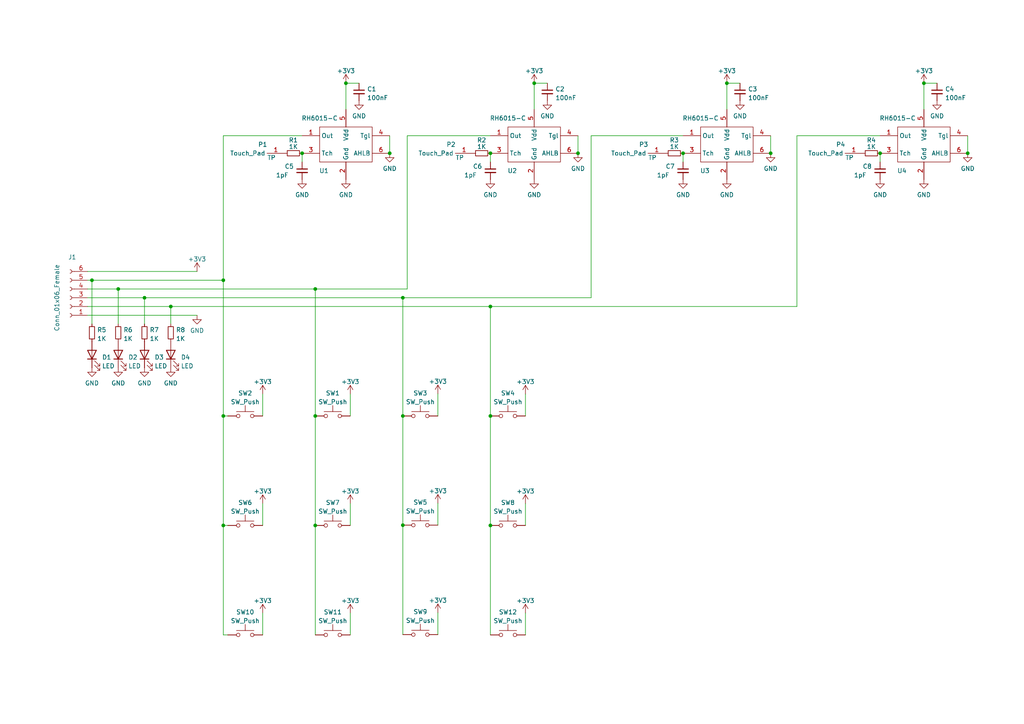
<source format=kicad_sch>
(kicad_sch (version 20211123) (generator eeschema)
  (paper "A4")
  (lib_symbols
    (symbol "Connector:Conn_01x06_Female" (pin_names (offset 1.016) hide)
      (property "Reference" "J" (at 0 7.62 0))
      (property "Value" "Conn_01x06_Female" (at 0 -10.16 0))
      (symbol "Conn_01x06_Female_1_1"
        (arc (start 0 -7.112) (mid -0.508 -7.62) (end 0 -8.128) (stroke (width 0.1524)))
        (arc (start 0 -4.572) (mid -0.508 -5.08) (end 0 -5.588) (stroke (width 0.1524)))
        (arc (start 0 -2.032) (mid -0.508 -2.54) (end 0 -3.048) (stroke (width 0.1524)))
        (polyline (pts (xy -1.27 -7.62) (xy -0.508 -7.62)) (stroke (width 0.1524)))
        (polyline (pts (xy -1.27 -5.08) (xy -0.508 -5.08)) (stroke (width 0.1524)))
        (polyline (pts (xy -1.27 -2.54) (xy -0.508 -2.54)) (stroke (width 0.1524)))
        (polyline (pts (xy -1.27 0) (xy -0.508 0)) (stroke (width 0.1524)))
        (polyline (pts (xy -1.27 2.54) (xy -0.508 2.54)) (stroke (width 0.1524)))
        (polyline (pts (xy -1.27 5.08) (xy -0.508 5.08)) (stroke (width 0.1524)))
        (arc (start 0 0.508) (mid -0.508 0) (end 0 -0.508) (stroke (width 0.1524)))
        (arc (start 0 3.048) (mid -0.508 2.54) (end 0 2.032) (stroke (width 0.1524)))
        (arc (start 0 5.588) (mid -0.508 5.08) (end 0 4.572) (stroke (width 0.1524)))
        (pin passive line (at -5.08 5.08 0) (length 3.81) (name "Pin_1") (number "1"))
        (pin passive line (at -5.08 2.54 0) (length 3.81) (name "Pin_2") (number "2"))
        (pin passive line (at -5.08 0 0) (length 3.81) (name "Pin_3") (number "3"))
        (pin passive line (at -5.08 -2.54 0) (length 3.81) (name "Pin_4") (number "4"))
        (pin passive line (at -5.08 -5.08 0) (length 3.81) (name "Pin_5") (number "5"))
        (pin passive line (at -5.08 -7.62 0) (length 3.81) (name "Pin_6") (number "6"))
      )
    )
    (symbol "Device:C_Small" (pin_numbers hide) (pin_names (offset 0.254) hide)
      (property "Reference" "C" (at 0.254 1.778 0))
      (property "Value" "C_Small" (at 0.254 -2.032 0))
      (symbol "C_Small_0_1"
        (polyline (pts (xy -1.524 -0.508) (xy 1.524 -0.508)) (stroke (width 0.3302)))
        (polyline (pts (xy -1.524 0.508) (xy 1.524 0.508)) (stroke (width 0.3048)))
      )
      (symbol "C_Small_1_1"
        (pin passive line (at 0 2.54 270) (length 2.032) (name "~") (number "1"))
        (pin passive line (at 0 -2.54 90) (length 2.032) (name "~") (number "2"))
      )
    )
    (symbol "Device:LED" (pin_numbers hide) (pin_names (offset 1.016) hide)
      (property "Reference" "D" (at 0 2.54 0))
      (property "Value" "LED" (at 0 -2.54 0))
      (symbol "LED_0_1"
        (polyline (pts (xy -1.27 -1.27) (xy -1.27 1.27)) (stroke (width 0.254)))
        (polyline (pts (xy -1.27 0) (xy 1.27 0)))
        (polyline (pts (xy 1.27 -1.27) (xy 1.27 1.27) (xy -1.27 0) (xy 1.27 -1.27)) (stroke (width 0.254)))
        (polyline (pts (xy -3.048 -0.762) (xy -4.572 -2.286) (xy -3.81 -2.286) (xy -4.572 -2.286) (xy -4.572 -1.524)))
        (polyline (pts (xy -1.778 -0.762) (xy -3.302 -2.286) (xy -2.54 -2.286) (xy -3.302 -2.286) (xy -3.302 -1.524)))
      )
      (symbol "LED_1_1"
        (pin passive line (at -3.81 0 0) (length 2.54) (name "K") (number "1"))
        (pin passive line (at 3.81 0 180) (length 2.54) (name "A") (number "2"))
      )
    )
    (symbol "Device:R_Small" (pin_numbers hide) (pin_names (offset 0.254) hide)
      (property "Reference" "R" (at 0.762 0.508 0))
      (property "Value" "R_Small" (at 0.762 -1.016 0))
      (symbol "R_Small_0_1"
        (rectangle (start -0.762 1.778) (end 0.762 -1.778) (stroke (width 0.2032)))
      )
      (symbol "R_Small_1_1"
        (pin passive line (at 0 2.54 270) (length 0.762) (name "~") (number "1"))
        (pin passive line (at 0 -2.54 90) (length 0.762) (name "~") (number "2"))
      )
    )
    (symbol "RH6015-C:RH6015-C"
      (property "Reference" "U?" (at 8.89 8.89 0))
      (property "Value" "RH6015-C" (at -3.81 8.89 0))
      (symbol "RH6015-C_0_1"
        (rectangle (start -3.81 6.35) (end 11.43 -3.81) (stroke (width 0.1524)))
      )
      (symbol "RH6015-C_1_1"
        (pin output line (at -8.89 3.81 0) (length 5.08) (name "Out") (number "1"))
        (pin power_in line (at 3.81 -8.89 90) (length 5.08) (name "Gnd") (number "2"))
        (pin input line (at -8.89 -1.27 0) (length 5.08) (name "Tch") (number "3"))
        (pin input line (at 16.51 3.81 180) (length 5.08) (name "Tgl") (number "4"))
        (pin power_in line (at 3.81 11.43 270) (length 5.08) (name "Vdd") (number "5"))
        (pin input line (at 16.51 -1.27 180) (length 5.08) (name "AHLB") (number "6"))
      )
    )
    (symbol "RH6015-C:Touch_Pad"
      (property "Reference" "P" (at 0 2.54 0))
      (property "Value" "Touch_Pad" (at 0 -2.54 0))
      (symbol "Touch_Pad_1_1"
        (pin input line (at 0 0 180) (length 5.08) (name "Touch_Pad") (number "1"))
      )
    )
    (symbol "SW_Push_1" (pin_numbers hide) (pin_names (offset 1.016) hide)
      (property "Reference" "SW4" (at 0 6.6208 0))
      (property "Value" "SW_Push" (at 0 4.0839 0))
      (symbol "SW_Push_1_0_1"
        (circle (center -2.032 0) (radius 0.508))
        (polyline (pts (xy 0 1.27) (xy 0 3.048)))
        (polyline (pts (xy 2.54 1.27) (xy -2.54 1.27)))
        (circle (center 2.032 0) (radius 0.508))
        (pin passive line (at -5.08 0 0) (length 2.54) (name "A") (number "A"))
        (pin passive line (at 5.08 0 180) (length 2.54) (name "B") (number "B"))
      )
    )
    (symbol "SW_Push_2" (pin_numbers hide) (pin_names (offset 1.016) hide)
      (property "Reference" "SW2" (at 0 6.6208 0))
      (property "Value" "SW_Push" (at 0 4.0839 0))
      (symbol "SW_Push_2_0_1"
        (circle (center -2.032 0) (radius 0.508))
        (polyline (pts (xy 0 1.27) (xy 0 3.048)))
        (polyline (pts (xy 2.54 1.27) (xy -2.54 1.27)))
        (circle (center 2.032 0) (radius 0.508))
        (pin passive line (at -5.08 0 0) (length 2.54) (name "A") (number "A"))
        (pin passive line (at 5.08 0 180) (length 2.54) (name "B") (number "B"))
      )
    )
    (symbol "SW_Push_3" (pin_numbers hide) (pin_names (offset 1.016) hide)
      (property "Reference" "SW1" (at 0 6.6208 0))
      (property "Value" "SW_Push" (at 0 4.0839 0))
      (symbol "SW_Push_3_0_1"
        (circle (center -2.032 0) (radius 0.508))
        (polyline (pts (xy 0 1.27) (xy 0 3.048)))
        (polyline (pts (xy 2.54 1.27) (xy -2.54 1.27)))
        (circle (center 2.032 0) (radius 0.508))
        (pin passive line (at -5.08 0 0) (length 2.54) (name "A") (number "A"))
        (pin passive line (at 5.08 0 180) (length 2.54) (name "B") (number "B"))
      )
    )
    (symbol "SW_Push_4" (pin_numbers hide) (pin_names (offset 1.016) hide)
      (property "Reference" "SW3" (at 0 6.6208 0))
      (property "Value" "SW_Push_4" (at 0 4.0839 0))
      (symbol "SW_Push_4_0_1"
        (circle (center -2.032 0) (radius 0.508))
        (polyline (pts (xy 0 1.27) (xy 0 3.048)))
        (polyline (pts (xy 2.54 1.27) (xy -2.54 1.27)))
        (circle (center 2.032 0) (radius 0.508))
        (pin passive line (at -5.08 0 0) (length 2.54) (name "A") (number "A"))
        (pin passive line (at 5.08 0 180) (length 2.54) (name "B") (number "B"))
      )
    )
    (symbol "Switch:SW_Push" (pin_numbers hide) (pin_names (offset 1.016) hide)
      (property "Reference" "SW" (at 1.27 2.54 0))
      (property "Value" "SW_Push" (at 0 -1.524 0))
      (symbol "SW_Push_0_1"
        (circle (center -2.032 0) (radius 0.508))
        (polyline (pts (xy 0 1.27) (xy 0 3.048)))
        (polyline (pts (xy 2.54 1.27) (xy -2.54 1.27)))
        (circle (center 2.032 0) (radius 0.508))
        (pin passive line (at -5.08 0 0) (length 2.54) (name "1") (number "1"))
        (pin passive line (at 5.08 0 180) (length 2.54) (name "2") (number "2"))
      )
    )
    (symbol "power:+3.3V" (power) (pin_names (offset 0))
      (property "Value" "+3.3V" (at 0 3.556 0))
      (symbol "+3.3V_0_1"
        (polyline (pts (xy -0.762 1.27) (xy 0 2.54)))
        (polyline (pts (xy 0 0) (xy 0 2.54)))
        (polyline (pts (xy 0 2.54) (xy 0.762 1.27)))
      )
      (symbol "+3.3V_1_1"
        (pin power_in line (at 0 0 90) (length 0) hide (name "+3V3") (number "1"))
      )
    )
    (symbol "power:GND" (power) (pin_names (offset 0))
      (property "Value" "GND" (at 0 -3.81 0))
      (symbol "GND_0_1"
        (polyline (pts (xy 0 0) (xy 0 -1.27) (xy 1.27 -1.27) (xy 0 -2.54) (xy -1.27 -1.27) (xy 0 -1.27)))
      )
      (symbol "GND_1_1"
        (pin power_in line (at 0 0 270) (length 0) hide (name "GND") (number "1"))
      )
    )
  )
  (junction (at 142.24 120.65))
  (junction (at 167.64 44.45))
  (junction (at 116.84 120.65))
  (junction (at 64.77 120.65))
  (junction (at 64.77 81.28))
  (junction (at 142.24 88.9))
  (junction (at 116.84 86.36))
  (junction (at 64.77 152.4))
  (junction (at 255.27 44.45))
  (junction (at 91.44 83.82))
  (junction (at 91.44 152.4))
  (junction (at 91.44 120.65))
  (junction (at 223.52 44.45))
  (junction (at 26.67 81.28))
  (junction (at 142.24 152.4))
  (junction (at 49.53 88.9))
  (junction (at 142.24 44.45))
  (junction (at 41.91 86.36))
  (junction (at 267.97 24.13))
  (junction (at 154.94 24.13))
  (junction (at 113.03 44.45))
  (junction (at 100.33 24.13))
  (junction (at 87.63 44.45))
  (junction (at 198.12 44.45))
  (junction (at 210.82 24.13))
  (junction (at 280.67 44.45))
  (junction (at 34.29 83.82))
  (junction (at 116.84 152.3217))
  (wire (pts (xy 25.4 86.36) (xy 41.91 86.36)))
  (wire (pts (xy 87.63 44.45) (xy 87.63 46.99)))
  (wire (pts (xy 113.03 39.37) (xy 113.03 44.45)))
  (wire (pts (xy 101.6 114.3) (xy 101.6 120.65)))
  (wire (pts (xy 34.29 83.82) (xy 34.29 93.98)))
  (wire (pts (xy 152.4 146.05) (xy 152.4 152.4)))
  (wire (pts (xy 64.77 120.65) (xy 64.77 152.4)))
  (wire (pts (xy 26.67 81.28) (xy 64.77 81.28)))
  (wire (pts (xy 142.24 120.65) (xy 142.24 152.4)))
  (wire (pts (xy 154.94 24.13) (xy 158.75 24.13)))
  (wire (pts (xy 116.84 152.3217) (xy 116.84 184.0717)))
  (wire (pts (xy 76.2 146.05) (xy 76.2 152.4)))
  (wire (pts (xy 116.84 86.36) (xy 116.84 120.65)))
  (wire (pts (xy 100.33 24.13) (xy 104.14 24.13)))
  (wire (pts (xy 91.44 152.4) (xy 91.44 184.15)))
  (wire (pts (xy 154.94 24.13) (xy 154.94 31.75)))
  (wire (pts (xy 223.52 39.37) (xy 223.52 44.45)))
  (wire (pts (xy 267.97 24.13) (xy 271.78 24.13)))
  (wire (pts (xy 142.24 44.45) (xy 142.24 46.99)))
  (wire (pts (xy 91.44 83.82) (xy 91.44 120.65)))
  (wire (pts (xy 76.2 177.8) (xy 76.2 184.15)))
  (wire (pts (xy 66.04 152.4) (xy 64.77 152.4)))
  (wire (pts (xy 152.4 114.3) (xy 152.4 120.65)))
  (wire (pts (xy 100.33 24.13) (xy 100.33 31.75)))
  (wire (pts (xy 91.44 120.65) (xy 91.44 152.4)))
  (wire (pts (xy 64.77 81.28) (xy 64.77 120.65)))
  (wire (pts (xy 231.14 39.37) (xy 255.27 39.37)))
  (wire (pts (xy 267.97 24.13) (xy 267.97 31.75)))
  (wire (pts (xy 118.11 39.37) (xy 142.24 39.37)))
  (wire (pts (xy 64.77 152.4) (xy 64.77 184.15)))
  (wire (pts (xy 142.24 88.9) (xy 142.24 120.65)))
  (wire (pts (xy 41.91 86.36) (xy 116.84 86.36)))
  (wire (pts (xy 66.04 184.15) (xy 64.77 184.15)))
  (wire (pts (xy 116.84 120.65) (xy 116.84 152.3217)))
  (wire (pts (xy 152.4 177.8) (xy 152.4 184.15)))
  (wire (pts (xy 255.27 44.45) (xy 255.27 46.99)))
  (wire (pts (xy 91.44 83.82) (xy 118.11 83.82)))
  (wire (pts (xy 64.77 39.37) (xy 87.63 39.37)))
  (wire (pts (xy 66.04 120.65) (xy 64.77 120.65)))
  (wire (pts (xy 76.2 114.3) (xy 76.2 120.65)))
  (wire (pts (xy 101.6 177.8) (xy 101.6 184.15)))
  (wire (pts (xy 26.67 81.28) (xy 26.67 93.98)))
  (wire (pts (xy 25.4 83.82) (xy 34.29 83.82)))
  (wire (pts (xy 171.45 86.36) (xy 171.45 39.37)))
  (wire (pts (xy 210.82 24.13) (xy 214.63 24.13)))
  (wire (pts (xy 64.77 39.37) (xy 64.77 81.28)))
  (wire (pts (xy 231.14 88.9) (xy 231.14 39.37)))
  (wire (pts (xy 118.11 83.82) (xy 118.11 39.37)))
  (wire (pts (xy 127 114.2217) (xy 127 120.65)))
  (wire (pts (xy 34.29 83.82) (xy 91.44 83.82)))
  (wire (pts (xy 25.4 91.44) (xy 57.15 91.44)))
  (wire (pts (xy 25.4 88.9) (xy 49.53 88.9)))
  (wire (pts (xy 49.53 88.9) (xy 49.53 93.98)))
  (wire (pts (xy 171.45 39.37) (xy 198.12 39.37)))
  (wire (pts (xy 127 145.9717) (xy 127 152.3217)))
  (wire (pts (xy 116.84 86.36) (xy 171.45 86.36)))
  (wire (pts (xy 41.91 86.36) (xy 41.91 93.98)))
  (wire (pts (xy 280.67 39.37) (xy 280.67 44.45)))
  (wire (pts (xy 25.4 78.74) (xy 57.15 78.74)))
  (wire (pts (xy 127 177.7217) (xy 127 184.0717)))
  (wire (pts (xy 142.24 152.4) (xy 142.24 184.15)))
  (wire (pts (xy 167.64 39.37) (xy 167.64 44.45)))
  (wire (pts (xy 142.24 88.9) (xy 231.14 88.9)))
  (wire (pts (xy 49.53 88.9) (xy 142.24 88.9)))
  (wire (pts (xy 25.4 81.28) (xy 26.67 81.28)))
  (wire (pts (xy 101.6 146.05) (xy 101.6 152.4)))
  (wire (pts (xy 198.12 44.45) (xy 198.12 46.99)))
  (wire (pts (xy 210.82 24.13) (xy 210.82 31.75)))
  (symbol (lib_id "Switch:SW_Push") (at 71.12 184.15 0) (unit 1)
    (property "Reference" "SW10" (at 71.12 177.5292 0))
    (property "Value" "SW_Push" (at 71.12 180.0661 0))
    (property "Footprint" "dome_buttons:TS5208A" (effects hide))
  )
  (symbol (lib_id "Switch:SW_Push") (at 121.92 184.0717 0) (unit 1)
    (property "Reference" "SW9" (at 121.92 177.4509 0))
    (property "Value" "SW_Push" (at 121.92 179.9878 0))
    (property "Footprint" "dome_buttons:TS5208A" (effects hide))
  )
  (symbol (lib_id "Device:R_Small") (at 26.67 96.52 0) (unit 1)
    (property "Reference" "R5" (at 28.1686 95.6853 0) (effects (justify left)))
    (property "Value" "1K" (at 28.1686 98.2222 0) (effects (justify left)))
    (property "Footprint" "Resistor_SMD:R_0603_1608Metric" (effects hide))
  )
  (symbol (lib_id "Device:R_Small") (at 34.29 96.52 0) (unit 1)
    (property "Reference" "R6" (at 35.7886 95.6853 0) (effects (justify left)))
    (property "Value" "1K" (at 35.7886 98.2222 0) (effects (justify left)))
    (property "Footprint" "Resistor_SMD:R_0603_1608Metric" (effects hide))
  )
  (symbol (lib_id "Device:LED") (at 26.67 102.87 90) (unit 1)
    (property "Reference" "D1" (at 29.591 103.6228 90) (effects (justify right)))
    (property "Value" "LED" (at 29.591 106.1597 90) (effects (justify right)))
    (property "Footprint" "LED_SMD:LED_0603_1608Metric" (effects hide))
  )
  (symbol (lib_id "Device:C_Small") (at 214.63 26.67 0) (unit 1)
    (property "Reference" "C3" (at 216.9541 25.8416 0) (effects (justify left)))
    (property "Value" "100nF" (at 216.9541 28.3785 0) (effects (justify left)))
    (property "Footprint" "Capacitor_SMD:C_0603_1608Metric" (effects hide))
  )
  (symbol (lib_id "power:+3.3V") (at 76.2 114.3 0) (unit 1)
    (property "Reference" "#PWR024" (effects hide))
    (property "Value" "+3.3V" (at 76.2 110.7242 0))
  )
  (symbol (lib_id "Device:R_Small") (at 49.53 96.52 0) (unit 1)
    (property "Reference" "R8" (at 51.0286 95.6853 0) (effects (justify left)))
    (property "Value" "1K" (at 51.0286 98.2222 0) (effects (justify left)))
    (property "Footprint" "Resistor_SMD:R_0603_1608Metric" (effects hide))
  )
  (symbol (lib_id "Device:C_Small") (at 87.63 49.53 0) (unit 1)
    (property "Reference" "C5" (at 82.55 48.26 0) (effects (justify left)))
    (property "Value" "1pF" (at 80.01 50.8 0) (effects (justify left)))
    (property "Footprint" "Capacitor_SMD:C_0603_1608Metric" (effects hide))
  )
  (symbol (lib_id "RH6015-C:Touch_Pad") (at 82.55 44.45 0) (unit 1)
    (property "Reference" "P1" (at 76.2 41.91 0))
    (property "Value" "TP" (at 78.74 45.72 0))
    (property "Footprint" "RH6015-C:touch_pad" (effects hide))
  )
  (symbol (lib_id "power:GND") (at 34.29 106.68 0) (unit 1)
    (property "Reference" "#PWR036" (effects hide))
    (property "Value" "GND" (at 34.29 111.1234 0))
  )
  (symbol (lib_id "power:+3.3V") (at 100.33 24.13 0) (unit 1)
    (property "Reference" "#PWR01" (effects hide))
    (property "Value" "+3.3V" (at 100.33 20.5542 0))
  )
  (symbol (lib_id "power:GND") (at 57.15 91.44 0) (unit 1)
    (property "Reference" "#PWR022" (effects hide))
    (property "Value" "GND" (at 57.15 95.8834 0))
  )
  (symbol (lib_id "Switch:SW_Push") (at 147.32 152.4 0) (unit 1)
    (property "Reference" "SW8" (at 147.32 145.7792 0))
    (property "Value" "SW_Push" (at 147.32 148.3161 0))
    (property "Footprint" "dome_buttons:GT-TC170B-H0078-L10" (effects hide))
  )
  (symbol (lib_name "SW_Push_2") (lib_id "Switch:SW_Push") (at 71.12 120.65 0) (unit 1)
    (property "Reference" "SW2" (at 71.12 114.0292 0))
    (property "Value" "SW_Push" (at 71.12 116.5661 0))
    (property "Footprint" "dome_buttons:EVQPLDA15" (effects hide))
  )
  (symbol (lib_id "RH6015-C:RH6015-C") (at 207.01 43.18 0) (unit 1)
    (property "Reference" "U3" (at 204.47 49.53 0))
    (property "Value" "RH6015-C" (at 203.2 34.29 0))
    (property "Footprint" "RH6015-C:RH6015-C" (effects hide))
  )
  (symbol (lib_id "power:+3.3V") (at 101.6 146.05 0) (unit 1)
    (property "Reference" "#PWR029" (effects hide))
    (property "Value" "+3.3V" (at 101.6 142.4742 0))
  )
  (symbol (lib_id "power:+3.3V") (at 101.6 177.8 0) (unit 1)
    (property "Reference" "#PWR033" (effects hide))
    (property "Value" "+3.3V" (at 101.6 174.2242 0))
  )
  (symbol (lib_id "Switch:SW_Push") (at 71.12 152.4 0) (unit 1)
    (property "Reference" "SW6" (at 71.12 145.7792 0))
    (property "Value" "SW_Push" (at 71.12 148.3161 0))
    (property "Footprint" "dome_buttons:GT-TC170B-H0078-L10" (effects hide))
  )
  (symbol (lib_id "power:GND") (at 87.63 52.07 0) (unit 1)
    (property "Reference" "#PWR013" (effects hide))
    (property "Value" "GND" (at 87.63 56.5134 0))
  )
  (symbol (lib_id "Switch:SW_Push") (at 96.52 184.15 0) (unit 1)
    (property "Reference" "SW11" (at 96.52 177.5292 0))
    (property "Value" "SW_Push" (at 96.52 180.0661 0))
    (property "Footprint" "dome_buttons:TS5208A" (effects hide))
  )
  (symbol (lib_id "power:+3.3V") (at 154.94 24.13 0) (unit 1)
    (property "Reference" "#PWR02" (effects hide))
    (property "Value" "+3.3V" (at 154.94 20.5542 0))
  )
  (symbol (lib_id "power:GND") (at 167.64 44.45 0) (unit 1)
    (property "Reference" "#PWR010" (effects hide))
    (property "Value" "GND" (at 167.64 48.8934 0))
  )
  (symbol (lib_id "Device:R_Small") (at 41.91 96.52 0) (unit 1)
    (property "Reference" "R7" (at 43.4086 95.6853 0) (effects (justify left)))
    (property "Value" "1K" (at 43.4086 98.2222 0) (effects (justify left)))
    (property "Footprint" "Resistor_SMD:R_0603_1608Metric" (effects hide))
  )
  (symbol (lib_id "power:GND") (at 255.27 52.07 0) (unit 1)
    (property "Reference" "#PWR019" (effects hide))
    (property "Value" "GND" (at 255.27 56.5134 0))
  )
  (symbol (lib_id "power:GND") (at 41.91 106.68 0) (unit 1)
    (property "Reference" "#PWR037" (effects hide))
    (property "Value" "GND" (at 41.91 111.1234 0))
  )
  (symbol (lib_id "power:GND") (at 271.78 29.21 0) (unit 1)
    (property "Reference" "#PWR08" (effects hide))
    (property "Value" "GND" (at 271.78 33.6534 0))
  )
  (symbol (lib_id "Device:R_Small") (at 195.58 44.45 90) (unit 1)
    (property "Reference" "R3" (at 195.58 40.64 90))
    (property "Value" "1K" (at 195.58 42.5505 90))
    (property "Footprint" "Resistor_SMD:R_0603_1608Metric" (effects hide))
  )
  (symbol (lib_id "power:GND") (at 154.94 52.07 0) (unit 1)
    (property "Reference" "#PWR016" (effects hide))
    (property "Value" "GND" (at 154.94 56.5134 0))
  )
  (symbol (lib_name "SW_Push_1") (lib_id "Switch:SW_Push") (at 147.32 120.65 0) (unit 1)
    (property "Reference" "SW4" (at 147.32 114.0292 0))
    (property "Value" "SW_Push" (at 147.32 116.5661 0))
    (property "Footprint" "dome_buttons:EVQPLDA15" (effects hide))
  )
  (symbol (lib_id "power:GND") (at 223.52 44.45 0) (unit 1)
    (property "Reference" "#PWR011" (effects hide))
    (property "Value" "GND" (at 223.52 48.8934 0))
  )
  (symbol (lib_id "RH6015-C:RH6015-C") (at 264.16 43.18 0) (unit 1)
    (property "Reference" "U4" (at 261.62 49.53 0))
    (property "Value" "RH6015-C" (at 260.35 34.29 0))
    (property "Footprint" "RH6015-C:RH6015-C" (effects hide))
  )
  (symbol (lib_id "Device:C_Small") (at 158.75 26.67 0) (unit 1)
    (property "Reference" "C2" (at 161.0741 25.8416 0) (effects (justify left)))
    (property "Value" "100nF" (at 161.0741 28.3785 0) (effects (justify left)))
    (property "Footprint" "Capacitor_SMD:C_0603_1608Metric" (effects hide))
  )
  (symbol (lib_id "power:GND") (at 49.53 106.68 0) (unit 1)
    (property "Reference" "#PWR038" (effects hide))
    (property "Value" "GND" (at 49.53 111.1234 0))
  )
  (symbol (lib_id "power:+3.3V") (at 152.4 114.3 0) (unit 1)
    (property "Reference" "#PWR026" (effects hide))
    (property "Value" "+3.3V" (at 152.4 110.7242 0))
  )
  (symbol (lib_id "RH6015-C:Touch_Pad") (at 250.19 44.45 0) (unit 1)
    (property "Reference" "P4" (at 243.84 41.91 0))
    (property "Value" "TP" (at 246.38 45.72 0))
    (property "Footprint" "RH6015-C:touch_pad" (effects hide))
  )
  (symbol (lib_id "power:+3.3V") (at 127 145.9717 0) (unit 1)
    (property "Reference" "#PWR027" (effects hide))
    (property "Value" "+3.3V" (at 127 142.3959 0))
  )
  (symbol (lib_id "Connector:Conn_01x06_Female") (at 20.32 86.36 180) (unit 1)
    (property "Reference" "J1" (at 20.955 74.583 0))
    (property "Value" "Conn_01x06_Female" (at 16.51 86.36 90))
    (property "Footprint" "Connector_PinHeader_2.54mm:PinHeader_1x06_P2.54mm_Vertical" (effects hide))
  )
  (symbol (lib_id "Device:LED") (at 49.53 102.87 90) (unit 1)
    (property "Reference" "D4" (at 52.451 103.6228 90) (effects (justify right)))
    (property "Value" "LED" (at 52.451 106.1597 90) (effects (justify right)))
    (property "Footprint" "LED_SMD:LED_0603_1608Metric" (effects hide))
  )
  (symbol (lib_id "power:+3.3V") (at 152.4 177.8 0) (unit 1)
    (property "Reference" "#PWR034" (effects hide))
    (property "Value" "+3.3V" (at 152.4 174.2242 0))
  )
  (symbol (lib_id "power:GND") (at 100.33 52.07 0) (unit 1)
    (property "Reference" "#PWR014" (effects hide))
    (property "Value" "GND" (at 100.33 56.5134 0))
  )
  (symbol (lib_id "Device:C_Small") (at 255.27 49.53 0) (unit 1)
    (property "Reference" "C8" (at 250.19 48.26 0) (effects (justify left)))
    (property "Value" "1pF" (at 247.65 50.8 0) (effects (justify left)))
    (property "Footprint" "Capacitor_SMD:C_0603_1608Metric" (effects hide))
  )
  (symbol (lib_id "Device:R_Small") (at 85.09 44.45 90) (unit 1)
    (property "Reference" "R1" (at 85.09 40.64 90))
    (property "Value" "1K" (at 85.09 42.5505 90))
    (property "Footprint" "Resistor_SMD:R_0603_1608Metric" (effects hide))
  )
  (symbol (lib_id "Device:C_Small") (at 198.12 49.53 0) (unit 1)
    (property "Reference" "C7" (at 193.04 48.26 0) (effects (justify left)))
    (property "Value" "1pF" (at 190.5 50.8 0) (effects (justify left)))
    (property "Footprint" "Capacitor_SMD:C_0603_1608Metric" (effects hide))
  )
  (symbol (lib_id "power:+3.3V") (at 267.97 24.13 0) (unit 1)
    (property "Reference" "#PWR04" (effects hide))
    (property "Value" "+3.3V" (at 267.97 20.5542 0))
  )
  (symbol (lib_id "power:+3.3V") (at 152.4 146.05 0) (unit 1)
    (property "Reference" "#PWR030" (effects hide))
    (property "Value" "+3.3V" (at 152.4 142.4742 0))
  )
  (symbol (lib_id "power:+3.3V") (at 210.82 24.13 0) (unit 1)
    (property "Reference" "#PWR03" (effects hide))
    (property "Value" "+3.3V" (at 210.82 20.5542 0))
  )
  (symbol (lib_id "Device:LED") (at 41.91 102.87 90) (unit 1)
    (property "Reference" "D3" (at 44.831 103.6228 90) (effects (justify right)))
    (property "Value" "LED" (at 44.831 106.1597 90) (effects (justify right)))
    (property "Footprint" "LED_SMD:LED_0603_1608Metric" (effects hide))
  )
  (symbol (lib_id "Device:C_Small") (at 142.24 49.53 0) (unit 1)
    (property "Reference" "C6" (at 137.16 48.26 0) (effects (justify left)))
    (property "Value" "1pF" (at 134.62 50.8 0) (effects (justify left)))
    (property "Footprint" "Capacitor_SMD:C_0603_1608Metric" (effects hide))
  )
  (symbol (lib_id "RH6015-C:RH6015-C") (at 96.52 43.18 0) (unit 1)
    (property "Reference" "U1" (at 93.98 49.53 0))
    (property "Value" "RH6015-C" (at 92.71 34.29 0))
    (property "Footprint" "RH6015-C:RH6015-C" (effects hide))
  )
  (symbol (lib_id "Device:R_Small") (at 139.7 44.45 90) (unit 1)
    (property "Reference" "R2" (at 139.7 40.64 90))
    (property "Value" "1K" (at 139.7 42.5505 90))
    (property "Footprint" "Resistor_SMD:R_0603_1608Metric" (effects hide))
  )
  (symbol (lib_id "power:GND") (at 104.14 29.21 0) (unit 1)
    (property "Reference" "#PWR05" (effects hide))
    (property "Value" "GND" (at 104.14 33.6534 0))
  )
  (symbol (lib_id "power:+3.3V") (at 57.15 78.74 0) (unit 1)
    (property "Reference" "#PWR021" (effects hide))
    (property "Value" "+3.3V" (at 57.15 75.1642 0))
  )
  (symbol (lib_id "RH6015-C:RH6015-C") (at 151.13 43.18 0) (unit 1)
    (property "Reference" "U2" (at 148.59 49.53 0))
    (property "Value" "RH6015-C" (at 147.32 34.29 0))
    (property "Footprint" "RH6015-C:RH6015-C" (effects hide))
  )
  (symbol (lib_id "power:GND") (at 210.82 52.07 0) (unit 1)
    (property "Reference" "#PWR018" (effects hide))
    (property "Value" "GND" (at 210.82 56.5134 0))
  )
  (symbol (lib_id "power:+3.3V") (at 76.2 177.8 0) (unit 1)
    (property "Reference" "#PWR032" (effects hide))
    (property "Value" "+3.3V" (at 76.2 174.2242 0))
  )
  (symbol (lib_id "power:+3.3V") (at 76.2 146.05 0) (unit 1)
    (property "Reference" "#PWR028" (effects hide))
    (property "Value" "+3.3V" (at 76.2 142.4742 0))
  )
  (symbol (lib_id "power:GND") (at 267.97 52.07 0) (unit 1)
    (property "Reference" "#PWR020" (effects hide))
    (property "Value" "GND" (at 267.97 56.5134 0))
  )
  (symbol (lib_id "Switch:SW_Push") (at 96.52 152.4 0) (unit 1)
    (property "Reference" "SW7" (at 96.52 145.7792 0))
    (property "Value" "SW_Push" (at 96.52 148.3161 0))
    (property "Footprint" "dome_buttons:GT-TC170B-H0078-L10" (effects hide))
  )
  (symbol (lib_id "RH6015-C:Touch_Pad") (at 193.04 44.45 0) (unit 1)
    (property "Reference" "P3" (at 186.69 41.91 0))
    (property "Value" "TP" (at 189.23 45.72 0))
    (property "Footprint" "RH6015-C:touch_pad" (effects hide))
  )
  (symbol (lib_id "power:GND") (at 142.24 52.07 0) (unit 1)
    (property "Reference" "#PWR015" (effects hide))
    (property "Value" "GND" (at 142.24 56.5134 0))
  )
  (symbol (lib_id "Device:C_Small") (at 271.78 26.67 0) (unit 1)
    (property "Reference" "C4" (at 274.1041 25.8416 0) (effects (justify left)))
    (property "Value" "100nF" (at 274.1041 28.3785 0) (effects (justify left)))
    (property "Footprint" "Capacitor_SMD:C_0603_1608Metric" (effects hide))
  )
  (symbol (lib_id "power:GND") (at 26.67 106.68 0) (unit 1)
    (property "Reference" "#PWR035" (effects hide))
    (property "Value" "GND" (at 26.67 111.1234 0))
  )
  (symbol (lib_id "power:+3.3V") (at 101.6 114.3 0) (unit 1)
    (property "Reference" "#PWR025" (effects hide))
    (property "Value" "+3.3V" (at 101.6 110.7242 0))
  )
  (symbol (lib_id "power:GND") (at 214.63 29.21 0) (unit 1)
    (property "Reference" "#PWR07" (effects hide))
    (property "Value" "GND" (at 214.63 33.6534 0))
  )
  (symbol (lib_id "RH6015-C:Touch_Pad") (at 137.16 44.45 0) (unit 1)
    (property "Reference" "P2" (at 130.81 41.91 0))
    (property "Value" "TP" (at 133.35 45.72 0))
    (property "Footprint" "RH6015-C:touch_pad" (effects hide))
  )
  (symbol (lib_name "SW_Push_4") (lib_id "Switch:SW_Push") (at 121.92 120.65 0) (unit 1)
    (property "Reference" "SW3" (at 121.92 114.0292 0))
    (property "Value" "SW_Push" (at 121.92 116.5661 0))
    (property "Footprint" "dome_buttons:EVQPLDA15" (effects hide))
  )
  (symbol (lib_id "power:+3.3V") (at 127 177.7217 0) (unit 1)
    (property "Reference" "#PWR031" (effects hide))
    (property "Value" "+3.3V" (at 127 174.1459 0))
  )
  (symbol (lib_id "power:GND") (at 158.75 29.21 0) (unit 1)
    (property "Reference" "#PWR06" (effects hide))
    (property "Value" "GND" (at 158.75 33.6534 0))
  )
  (symbol (lib_name "SW_Push_3") (lib_id "Switch:SW_Push") (at 96.52 120.65 0) (unit 1)
    (property "Reference" "SW1" (at 96.52 114.0292 0))
    (property "Value" "SW_Push" (at 96.52 116.5661 0))
    (property "Footprint" "dome_buttons:EVQPLDA15" (effects hide))
  )
  (symbol (lib_id "Device:LED") (at 34.29 102.87 90) (unit 1)
    (property "Reference" "D2" (at 37.211 103.6228 90) (effects (justify right)))
    (property "Value" "LED" (at 37.211 106.1597 90) (effects (justify right)))
    (property "Footprint" "LED_SMD:LED_0603_1608Metric" (effects hide))
  )
  (symbol (lib_id "Device:C_Small") (at 104.14 26.67 0) (unit 1)
    (property "Reference" "C1" (at 106.4641 25.8416 0) (effects (justify left)))
    (property "Value" "100nF" (at 106.4641 28.3785 0) (effects (justify left)))
    (property "Footprint" "Capacitor_SMD:C_0603_1608Metric" (effects hide))
  )
  (symbol (lib_id "power:+3.3V") (at 127 114.2217 0) (unit 1)
    (property "Reference" "#PWR023" (effects hide))
    (property "Value" "+3.3V" (at 127 110.6459 0))
  )
  (symbol (lib_id "Switch:SW_Push") (at 121.92 152.3217 0) (unit 1)
    (property "Reference" "SW5" (at 121.92 145.7009 0))
    (property "Value" "SW_Push" (at 121.92 148.2378 0))
    (property "Footprint" "dome_buttons:GT-TC170B-H0078-L10" (effects hide))
  )
  (symbol (lib_id "Switch:SW_Push") (at 147.32 184.15 0) (unit 1)
    (property "Reference" "SW12" (at 147.32 177.5292 0))
    (property "Value" "SW_Push" (at 147.32 180.0661 0))
    (property "Footprint" "dome_buttons:TS5208A" (effects hide))
  )
  (symbol (lib_id "power:GND") (at 113.03 44.45 0) (unit 1)
    (property "Reference" "#PWR09" (effects hide))
    (property "Value" "GND" (at 113.03 48.8934 0))
  )
  (symbol (lib_id "power:GND") (at 198.12 52.07 0) (unit 1)
    (property "Reference" "#PWR017" (effects hide))
    (property "Value" "GND" (at 198.12 56.5134 0))
  )
  (symbol (lib_id "power:GND") (at 280.67 44.45 0) (unit 1)
    (property "Reference" "#PWR012" (effects hide))
    (property "Value" "GND" (at 280.67 48.8934 0))
  )
  (symbol (lib_id "Device:R_Small") (at 252.73 44.45 90) (unit 1)
    (property "Reference" "R4" (at 252.73 40.64 90))
    (property "Value" "1K" (at 252.73 42.5505 90))
    (property "Footprint" "Resistor_SMD:R_0603_1608Metric" (effects hide))
  )
)
</source>
